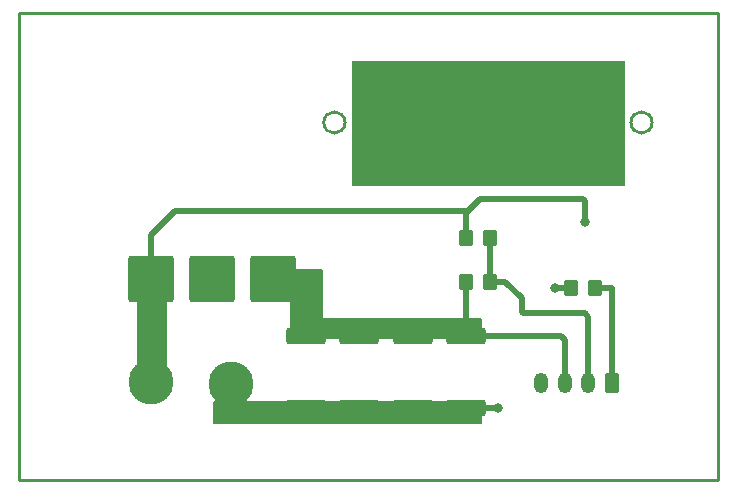
<source format=gbr>
G04 #@! TF.GenerationSoftware,KiCad,Pcbnew,(6.0.0)*
G04 #@! TF.CreationDate,2023-04-26T16:34:12+03:00*
G04 #@! TF.ProjectId,AccLoad,4163634c-6f61-4642-9e6b-696361645f70,rev?*
G04 #@! TF.SameCoordinates,Original*
G04 #@! TF.FileFunction,Copper,L1,Top*
G04 #@! TF.FilePolarity,Positive*
%FSLAX46Y46*%
G04 Gerber Fmt 4.6, Leading zero omitted, Abs format (unit mm)*
G04 Created by KiCad (PCBNEW (6.0.0)) date 2023-04-26 16:34:12*
%MOMM*%
%LPD*%
G01*
G04 APERTURE LIST*
G04 Aperture macros list*
%AMRoundRect*
0 Rectangle with rounded corners*
0 $1 Rounding radius*
0 $2 $3 $4 $5 $6 $7 $8 $9 X,Y pos of 4 corners*
0 Add a 4 corners polygon primitive as box body*
4,1,4,$2,$3,$4,$5,$6,$7,$8,$9,$2,$3,0*
0 Add four circle primitives for the rounded corners*
1,1,$1+$1,$2,$3*
1,1,$1+$1,$4,$5*
1,1,$1+$1,$6,$7*
1,1,$1+$1,$8,$9*
0 Add four rect primitives between the rounded corners*
20,1,$1+$1,$2,$3,$4,$5,0*
20,1,$1+$1,$4,$5,$6,$7,0*
20,1,$1+$1,$6,$7,$8,$9,0*
20,1,$1+$1,$8,$9,$2,$3,0*%
G04 Aperture macros list end*
G04 #@! TA.AperFunction,NonConductor*
%ADD10C,0.200000*%
G04 #@! TD*
G04 #@! TA.AperFunction,Profile*
%ADD11C,0.250000*%
G04 #@! TD*
G04 #@! TA.AperFunction,Profile*
%ADD12C,0.100000*%
G04 #@! TD*
G04 #@! TA.AperFunction,SMDPad,CuDef*
%ADD13RoundRect,0.249999X-1.425001X0.450001X-1.425001X-0.450001X1.425001X-0.450001X1.425001X0.450001X0*%
G04 #@! TD*
G04 #@! TA.AperFunction,SMDPad,CuDef*
%ADD14RoundRect,0.250000X-0.350000X-0.450000X0.350000X-0.450000X0.350000X0.450000X-0.350000X0.450000X0*%
G04 #@! TD*
G04 #@! TA.AperFunction,ComponentPad*
%ADD15RoundRect,0.250002X-1.699998X-1.699998X1.699998X-1.699998X1.699998X1.699998X-1.699998X1.699998X0*%
G04 #@! TD*
G04 #@! TA.AperFunction,ComponentPad*
%ADD16C,2.600000*%
G04 #@! TD*
G04 #@! TA.AperFunction,ConnectorPad*
%ADD17C,3.800000*%
G04 #@! TD*
G04 #@! TA.AperFunction,ComponentPad*
%ADD18RoundRect,0.250000X0.350000X0.625000X-0.350000X0.625000X-0.350000X-0.625000X0.350000X-0.625000X0*%
G04 #@! TD*
G04 #@! TA.AperFunction,ComponentPad*
%ADD19O,1.200000X1.750000*%
G04 #@! TD*
G04 #@! TA.AperFunction,SMDPad,CuDef*
%ADD20RoundRect,0.250000X0.350000X0.450000X-0.350000X0.450000X-0.350000X-0.450000X0.350000X-0.450000X0*%
G04 #@! TD*
G04 #@! TA.AperFunction,ViaPad*
%ADD21C,0.800000*%
G04 #@! TD*
G04 #@! TA.AperFunction,Conductor*
%ADD22C,0.500000*%
G04 #@! TD*
G04 APERTURE END LIST*
D10*
X143873000Y-102613000D02*
X121267000Y-102613000D01*
X121267000Y-102613000D02*
X121267000Y-100835000D01*
X121267000Y-100835000D02*
X143873000Y-100835000D01*
X143873000Y-100835000D02*
X143873000Y-102613000D01*
G36*
X143873000Y-102613000D02*
G01*
X121267000Y-102613000D01*
X121267000Y-100835000D01*
X143873000Y-100835000D01*
X143873000Y-102613000D01*
G37*
X114790000Y-92326000D02*
X117203000Y-92326000D01*
X117203000Y-92326000D02*
X117203000Y-97787000D01*
X117203000Y-97787000D02*
X114790000Y-97787000D01*
X114790000Y-97787000D02*
X114790000Y-92326000D01*
G36*
X114790000Y-92326000D02*
G01*
X117203000Y-92326000D01*
X117203000Y-97787000D01*
X114790000Y-97787000D01*
X114790000Y-92326000D01*
G37*
X127871000Y-95374000D02*
X143873000Y-95374000D01*
X143873000Y-95374000D02*
X143873000Y-93850000D01*
X143873000Y-93850000D02*
X127871000Y-93850000D01*
X127871000Y-93850000D02*
X127871000Y-95374000D01*
G36*
X127871000Y-95374000D02*
G01*
X143873000Y-95374000D01*
X143873000Y-93850000D01*
X127871000Y-93850000D01*
X127871000Y-95374000D01*
G37*
X130411000Y-94739000D02*
X127744000Y-94739000D01*
X127744000Y-94739000D02*
X127744000Y-89659000D01*
X127744000Y-89659000D02*
X130411000Y-89659000D01*
X130411000Y-89659000D02*
X130411000Y-94739000D01*
G36*
X130411000Y-94739000D02*
G01*
X127744000Y-94739000D01*
X127744000Y-89659000D01*
X130411000Y-89659000D01*
X130411000Y-94739000D01*
G37*
D11*
X163957000Y-107442000D02*
X163957000Y-67942000D01*
X158357000Y-77192000D02*
G75*
G03*
X158357000Y-77192000I-900000J0D01*
G01*
X163957000Y-67942000D02*
X104757000Y-67942000D01*
X132357000Y-77192000D02*
G75*
G03*
X132357000Y-77192000I-900000J0D01*
G01*
X104757000Y-67942000D02*
X104757000Y-107442000D01*
X104757000Y-107442000D02*
X163957000Y-107442000D01*
D12*
X132958601Y-71943907D02*
X155955736Y-71943907D01*
X155955736Y-71943907D02*
X155955736Y-82447233D01*
X155955736Y-82447233D02*
X132958601Y-82447233D01*
X132958601Y-82447233D02*
X132958601Y-71943907D01*
G36*
X132958601Y-71943907D02*
G01*
X155955736Y-71943907D01*
X155955736Y-82447233D01*
X132958601Y-82447233D01*
X132958601Y-71943907D01*
G37*
D13*
X138073334Y-95247000D03*
X138073334Y-101347000D03*
D14*
X151525000Y-91183000D03*
X153525000Y-91183000D03*
D15*
X115967010Y-90445548D03*
D13*
X129014000Y-95247000D03*
X129014000Y-101347000D03*
D14*
X142635000Y-86992000D03*
X144635000Y-86992000D03*
D16*
X122664000Y-99311000D03*
D17*
X122664000Y-99311000D03*
D18*
X154956102Y-99242699D03*
D19*
X152956102Y-99242699D03*
X150956102Y-99242699D03*
X148956102Y-99242699D03*
D20*
X144635000Y-90675000D03*
X142635000Y-90675000D03*
D16*
X115933000Y-99184000D03*
D17*
X115933000Y-99184000D03*
D13*
X142603000Y-95247000D03*
X142603000Y-101347000D03*
X133543668Y-95247000D03*
X133543668Y-101347000D03*
D15*
X121134109Y-90437019D03*
X126257189Y-90445044D03*
D21*
X152636000Y-85595000D03*
X145270000Y-101343000D03*
X150096000Y-91183000D03*
D22*
X150604000Y-95247000D02*
X142603000Y-95247000D01*
X150956102Y-99242699D02*
X150956102Y-95599102D01*
X142635000Y-95215000D02*
X142603000Y-95247000D01*
X129014000Y-95247000D02*
X129014000Y-93201855D01*
X142635000Y-90675000D02*
X142635000Y-95215000D01*
X138073334Y-95247000D02*
X133543668Y-95247000D01*
X133543668Y-95247000D02*
X129014000Y-95247000D01*
X150956102Y-95599102D02*
X150604000Y-95247000D01*
X129014000Y-93201855D02*
X126257189Y-90445044D01*
X142603000Y-95247000D02*
X138073334Y-95247000D01*
X152956102Y-99242699D02*
X152956102Y-93662102D01*
X152636000Y-93342000D02*
X147429000Y-93342000D01*
X145905000Y-90675000D02*
X147302000Y-92072000D01*
X145905000Y-90675000D02*
X144635000Y-90675000D01*
X147429000Y-93342000D02*
X147302000Y-93215000D01*
X147302000Y-92072000D02*
X147302000Y-93215000D01*
X152956102Y-93662102D02*
X152636000Y-93342000D01*
X144635000Y-86992000D02*
X144635000Y-90675000D01*
X142635000Y-84801000D02*
X142635000Y-86992000D01*
X152509000Y-83690000D02*
X143746000Y-83690000D01*
X115967010Y-90445548D02*
X115967010Y-86703990D01*
X115933000Y-90479558D02*
X115967010Y-90445548D01*
X115967010Y-86703990D02*
X117965000Y-84706000D01*
X152636000Y-83817000D02*
X152509000Y-83690000D01*
X115933000Y-99184000D02*
X115933000Y-90479558D01*
X142730000Y-84706000D02*
X142635000Y-84801000D01*
X143746000Y-83690000D02*
X142730000Y-84706000D01*
X117965000Y-84706000D02*
X142730000Y-84706000D01*
X152636000Y-85595000D02*
X152636000Y-83817000D01*
X154956102Y-99242699D02*
X154922000Y-99208597D01*
X154922000Y-91183000D02*
X153525000Y-91183000D01*
X154922000Y-99208597D02*
X154922000Y-91183000D01*
X124192000Y-101347000D02*
X122664000Y-99819000D01*
X129014000Y-101347000D02*
X124192000Y-101347000D01*
X122664000Y-99819000D02*
X122664000Y-99311000D01*
X145270000Y-101343000D02*
X142607000Y-101343000D01*
X151525000Y-91183000D02*
X150096000Y-91183000D01*
X138073334Y-101347000D02*
X133543668Y-101347000D01*
X142607000Y-101343000D02*
X142603000Y-101347000D01*
X133543668Y-101347000D02*
X129014000Y-101347000D01*
X142603000Y-101347000D02*
X138073334Y-101347000D01*
M02*

</source>
